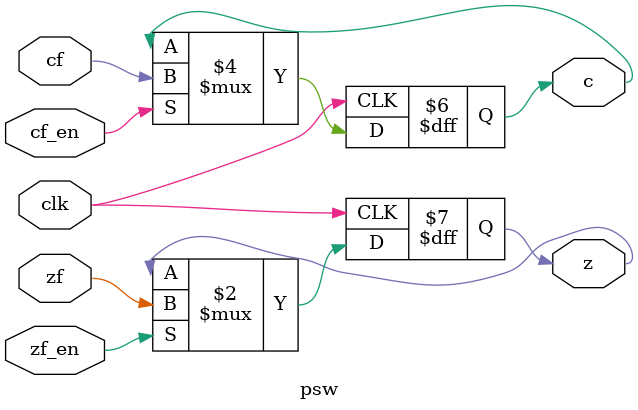
<source format=v>
module psw(clk, cf_en, zf_en, cf, zf, c, z);
	input wire clk, cf_en, zf_en, cf, zf;
	output reg c, z;

always @(negedge clk) begin
	if (cf_en) begin
		c <= cf;
	end
	if (zf_en) begin
		z <= zf;
	end
end
endmodule
</source>
